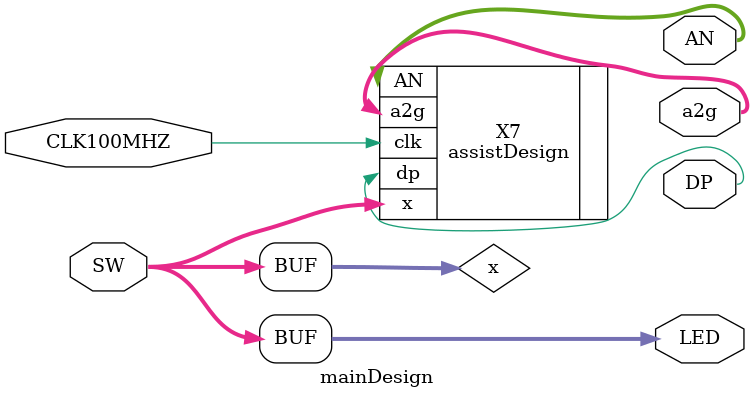
<source format=sv>
`timescale 1ns / 1ps

module mainDesign(
    input  logic CLK100MHZ,
    input  logic [15:0] SW,
    output logic [6:0] a2g,
    output logic [3:0] AN,
    output logic [15:0] LED,
    output logic DP );
    
    logic [15:0] x;
    assign LED = SW;
    assign x = SW;
    
    assistDesign X7(.x(x),
             .clk(CLK100MHZ),
             .a2g(a2g),
             .AN(AN),
             .dp(DP));
endmodule
</source>
